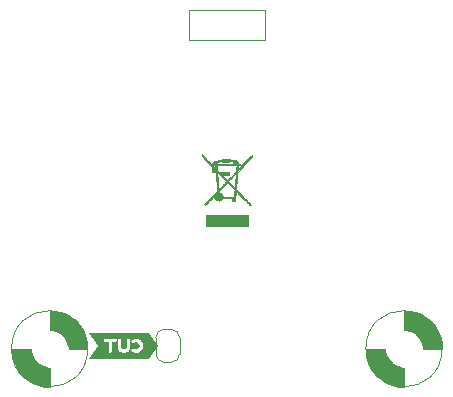
<source format=gbo>
G04 #@! TF.GenerationSoftware,KiCad,Pcbnew,6.0.9-8da3e8f707~116~ubuntu20.04.1*
G04 #@! TF.CreationDate,2023-05-05T17:12:55+00:00*
G04 #@! TF.ProjectId,LEC009202,4c454330-3039-4323-9032-2e6b69636164,rev?*
G04 #@! TF.SameCoordinates,Original*
G04 #@! TF.FileFunction,Legend,Bot*
G04 #@! TF.FilePolarity,Positive*
%FSLAX46Y46*%
G04 Gerber Fmt 4.6, Leading zero omitted, Abs format (unit mm)*
G04 Created by KiCad (PCBNEW 6.0.9-8da3e8f707~116~ubuntu20.04.1) date 2023-05-05 17:12:55*
%MOMM*%
%LPD*%
G01*
G04 APERTURE LIST*
%ADD10C,0.120000*%
%ADD11C,0.010000*%
G04 APERTURE END LIST*
D10*
G04 #@! TO.C,H1*
X73224903Y-49000000D02*
G75*
G03*
X73224903Y-49000000I-3224903J0D01*
G01*
G36*
X70500000Y-45800000D02*
G01*
X71500000Y-46100000D01*
X72300000Y-46700000D01*
X72800000Y-47400000D01*
X73100000Y-48100000D01*
X73200000Y-48500000D01*
X73200000Y-49000000D01*
X71600000Y-49000000D01*
X71600000Y-48900000D01*
X71500000Y-48500000D01*
X71300000Y-48100000D01*
X70900000Y-47700000D01*
X70500000Y-47500000D01*
X70100000Y-47400000D01*
X70000000Y-47400000D01*
X70000000Y-45775097D01*
X70500000Y-45800000D01*
G37*
D11*
X70500000Y-45800000D02*
X71500000Y-46100000D01*
X72300000Y-46700000D01*
X72800000Y-47400000D01*
X73100000Y-48100000D01*
X73200000Y-48500000D01*
X73200000Y-49000000D01*
X71600000Y-49000000D01*
X71600000Y-48900000D01*
X71500000Y-48500000D01*
X71300000Y-48100000D01*
X70900000Y-47700000D01*
X70500000Y-47500000D01*
X70100000Y-47400000D01*
X70000000Y-47400000D01*
X70000000Y-45775097D01*
X70500000Y-45800000D01*
G36*
X68400000Y-49100000D02*
G01*
X68500000Y-49500000D01*
X68700000Y-49900000D01*
X69100000Y-50300000D01*
X69500000Y-50500000D01*
X69900000Y-50600000D01*
X70000000Y-50600000D01*
X70000000Y-52224903D01*
X69500000Y-52200000D01*
X68500000Y-51900000D01*
X67700000Y-51300000D01*
X67200000Y-50600000D01*
X66900000Y-49900000D01*
X66800000Y-49500000D01*
X66800000Y-49000000D01*
X68400000Y-49000000D01*
X68400000Y-49100000D01*
G37*
X68400000Y-49100000D02*
X68500000Y-49500000D01*
X68700000Y-49900000D01*
X69100000Y-50300000D01*
X69500000Y-50500000D01*
X69900000Y-50600000D01*
X70000000Y-50600000D01*
X70000000Y-52224903D01*
X69500000Y-52200000D01*
X68500000Y-51900000D01*
X67700000Y-51300000D01*
X67200000Y-50600000D01*
X66900000Y-49900000D01*
X66800000Y-49500000D01*
X66800000Y-49000000D01*
X68400000Y-49000000D01*
X68400000Y-49100000D01*
D10*
G04 #@! TO.C,H2*
X103224903Y-49000000D02*
G75*
G03*
X103224903Y-49000000I-3224903J0D01*
G01*
G36*
X98400000Y-49100000D02*
G01*
X98500000Y-49500000D01*
X98700000Y-49900000D01*
X99100000Y-50300000D01*
X99500000Y-50500000D01*
X99900000Y-50600000D01*
X100000000Y-50600000D01*
X100000000Y-52224903D01*
X99500000Y-52200000D01*
X98500000Y-51900000D01*
X97700000Y-51300000D01*
X97200000Y-50600000D01*
X96900000Y-49900000D01*
X96800000Y-49500000D01*
X96800000Y-49000000D01*
X98400000Y-49000000D01*
X98400000Y-49100000D01*
G37*
D11*
X98400000Y-49100000D02*
X98500000Y-49500000D01*
X98700000Y-49900000D01*
X99100000Y-50300000D01*
X99500000Y-50500000D01*
X99900000Y-50600000D01*
X100000000Y-50600000D01*
X100000000Y-52224903D01*
X99500000Y-52200000D01*
X98500000Y-51900000D01*
X97700000Y-51300000D01*
X97200000Y-50600000D01*
X96900000Y-49900000D01*
X96800000Y-49500000D01*
X96800000Y-49000000D01*
X98400000Y-49000000D01*
X98400000Y-49100000D01*
G36*
X100500000Y-45800000D02*
G01*
X101500000Y-46100000D01*
X102300000Y-46700000D01*
X102800000Y-47400000D01*
X103100000Y-48100000D01*
X103200000Y-48500000D01*
X103200000Y-49000000D01*
X101600000Y-49000000D01*
X101600000Y-48900000D01*
X101500000Y-48500000D01*
X101300000Y-48100000D01*
X100900000Y-47700000D01*
X100500000Y-47500000D01*
X100100000Y-47400000D01*
X100000000Y-47400000D01*
X100000000Y-45775097D01*
X100500000Y-45800000D01*
G37*
X100500000Y-45800000D02*
X101500000Y-46100000D01*
X102300000Y-46700000D01*
X102800000Y-47400000D01*
X103100000Y-48100000D01*
X103200000Y-48500000D01*
X103200000Y-49000000D01*
X101600000Y-49000000D01*
X101600000Y-48900000D01*
X101500000Y-48500000D01*
X101300000Y-48100000D01*
X100900000Y-47700000D01*
X100500000Y-47500000D01*
X100100000Y-47400000D01*
X100000000Y-47400000D01*
X100000000Y-45775097D01*
X100500000Y-45800000D01*
D10*
G04 #@! TO.C,U1*
X88200000Y-22820000D02*
X81800000Y-22820000D01*
X81800000Y-22820000D02*
X81800000Y-20320000D01*
X88200000Y-20320000D02*
X88200000Y-22820000D01*
X81800000Y-20320000D02*
X88200000Y-20320000D01*
G04 #@! TO.C,REF\u002A\u002A*
G36*
X86011662Y-33320696D02*
G01*
X86051314Y-33321782D01*
X86119109Y-33321782D01*
X86119109Y-33434951D01*
X85959577Y-33434951D01*
X85944682Y-33612732D01*
X85942682Y-33637037D01*
X85938023Y-33697880D01*
X85934731Y-33747389D01*
X85933092Y-33780992D01*
X85933390Y-33794116D01*
X85937724Y-33790343D01*
X85957496Y-33770676D01*
X85991679Y-33735818D01*
X86038541Y-33687576D01*
X86096354Y-33627757D01*
X86163387Y-33558167D01*
X86237912Y-33480615D01*
X86318197Y-33396907D01*
X86402513Y-33308849D01*
X86489130Y-33218250D01*
X86576319Y-33126915D01*
X86662349Y-33036653D01*
X86745492Y-32949269D01*
X86824016Y-32866572D01*
X86896192Y-32790368D01*
X86960291Y-32722463D01*
X87014583Y-32664666D01*
X87111592Y-32561040D01*
X87112034Y-32649315D01*
X87112475Y-32737589D01*
X86511938Y-33369158D01*
X85911401Y-34000726D01*
X85899396Y-34144674D01*
X85851365Y-34720635D01*
X85842876Y-34822791D01*
X85832343Y-34950612D01*
X85822621Y-35069767D01*
X85813898Y-35177914D01*
X85806358Y-35272713D01*
X85800187Y-35351819D01*
X85795573Y-35412892D01*
X85792700Y-35453590D01*
X85791754Y-35471570D01*
X85794251Y-35479808D01*
X85805471Y-35497599D01*
X85826751Y-35524411D01*
X85837021Y-35536129D01*
X85859225Y-35561466D01*
X85904023Y-35609986D01*
X85962281Y-35671192D01*
X86035129Y-35746307D01*
X86123703Y-35836550D01*
X86229134Y-35943145D01*
X86298492Y-36013093D01*
X86395179Y-36110658D01*
X86491526Y-36207941D01*
X86584638Y-36302014D01*
X86671618Y-36389950D01*
X86749569Y-36468820D01*
X86815596Y-36535699D01*
X86866802Y-36587658D01*
X87067514Y-36791620D01*
X87031058Y-36829671D01*
X87022460Y-36838245D01*
X86997095Y-36859297D01*
X86979695Y-36867723D01*
X86966071Y-36860530D01*
X86940743Y-36838944D01*
X86910379Y-36807995D01*
X86891896Y-36788448D01*
X86857427Y-36752752D01*
X86808712Y-36702684D01*
X86747469Y-36640001D01*
X86675420Y-36566457D01*
X86594285Y-36483810D01*
X86505784Y-36393815D01*
X86411637Y-36298228D01*
X86313565Y-36198805D01*
X85771161Y-35649343D01*
X85749066Y-35934746D01*
X85744250Y-35995662D01*
X85737216Y-36077548D01*
X85730872Y-36139569D01*
X85724748Y-36184987D01*
X85718373Y-36217062D01*
X85711277Y-36239052D01*
X85702991Y-36254219D01*
X85691393Y-36275416D01*
X85681850Y-36314386D01*
X85679010Y-36370531D01*
X85679010Y-36452773D01*
X85452674Y-36452773D01*
X85452674Y-36276733D01*
X84607082Y-36276733D01*
X84558203Y-36332262D01*
X84544836Y-36346722D01*
X84472388Y-36404813D01*
X84390532Y-36440576D01*
X84301900Y-36452773D01*
X84223692Y-36446306D01*
X84135233Y-36419047D01*
X84059507Y-36370328D01*
X84044748Y-36356403D01*
X84007864Y-36311328D01*
X83975503Y-36258819D01*
X83952297Y-36207061D01*
X83942879Y-36164239D01*
X83942697Y-36158023D01*
X83941342Y-36135246D01*
X83937800Y-36119513D01*
X83930390Y-36112068D01*
X83917431Y-36114156D01*
X83897243Y-36127020D01*
X83868145Y-36151905D01*
X83828456Y-36190053D01*
X83776496Y-36242710D01*
X83710584Y-36311119D01*
X83629040Y-36396524D01*
X83585604Y-36442112D01*
X83513000Y-36518441D01*
X83444309Y-36590808D01*
X83382223Y-36656366D01*
X83329434Y-36712274D01*
X83288634Y-36755686D01*
X83262515Y-36783758D01*
X83191119Y-36861436D01*
X83102863Y-36773416D01*
X83648690Y-36201287D01*
X83683105Y-36165188D01*
X83805546Y-36036272D01*
X83910651Y-35924754D01*
X83998736Y-35830288D01*
X84070116Y-35752529D01*
X84120588Y-35696174D01*
X84327247Y-35696174D01*
X84328872Y-35709434D01*
X84329156Y-35710819D01*
X84342698Y-35742228D01*
X84369748Y-35756863D01*
X84453129Y-35788063D01*
X84527418Y-35840038D01*
X84585846Y-35908791D01*
X84625890Y-35991315D01*
X84645026Y-36084606D01*
X84651364Y-36163565D01*
X85600838Y-36163565D01*
X85607458Y-36135273D01*
X85608629Y-36128329D01*
X85612268Y-36097281D01*
X85617234Y-36047081D01*
X85623157Y-35981727D01*
X85629669Y-35905219D01*
X85636401Y-35821555D01*
X85658724Y-35536129D01*
X85357826Y-35230565D01*
X85302636Y-35174704D01*
X85235109Y-35106888D01*
X85174529Y-35046643D01*
X85123021Y-34996052D01*
X85082710Y-34957200D01*
X85055722Y-34932170D01*
X85044182Y-34923046D01*
X85036444Y-34927405D01*
X85013395Y-34947241D01*
X84978709Y-34980375D01*
X84935487Y-35023820D01*
X84886832Y-35074587D01*
X84874140Y-35088051D01*
X84817229Y-35148275D01*
X84749414Y-35219864D01*
X84675800Y-35297437D01*
X84601493Y-35375611D01*
X84531599Y-35449005D01*
X84527401Y-35453409D01*
X84462420Y-35521785D01*
X84412836Y-35574732D01*
X84376688Y-35614767D01*
X84352016Y-35644411D01*
X84336858Y-35666181D01*
X84329256Y-35682595D01*
X84327247Y-35696174D01*
X84120588Y-35696174D01*
X84125105Y-35691131D01*
X84164019Y-35645748D01*
X84187173Y-35616035D01*
X84194882Y-35601644D01*
X84194883Y-35601559D01*
X84193825Y-35583624D01*
X84190737Y-35543421D01*
X84185858Y-35483687D01*
X84179432Y-35407158D01*
X84171700Y-35316569D01*
X84162905Y-35214657D01*
X84153287Y-35104159D01*
X84143091Y-34987811D01*
X84132556Y-34868348D01*
X84121926Y-34748507D01*
X84111442Y-34631025D01*
X84101346Y-34518637D01*
X84091881Y-34414081D01*
X84083288Y-34320091D01*
X84075809Y-34239405D01*
X84069687Y-34174759D01*
X84065162Y-34128888D01*
X84062478Y-34104530D01*
X84057067Y-34063732D01*
X84186253Y-34063732D01*
X84187908Y-34094653D01*
X84191549Y-34146653D01*
X84196995Y-34217487D01*
X84204063Y-34304911D01*
X84212570Y-34406681D01*
X84222335Y-34520552D01*
X84233174Y-34644279D01*
X84244907Y-34775618D01*
X84254079Y-34876908D01*
X84265566Y-35002526D01*
X84276322Y-35118762D01*
X84286131Y-35223380D01*
X84294781Y-35314140D01*
X84302057Y-35388804D01*
X84307746Y-35445134D01*
X84311634Y-35480891D01*
X84313506Y-35493837D01*
X84319188Y-35489826D01*
X84340020Y-35470138D01*
X84373872Y-35436322D01*
X84418412Y-35390837D01*
X84471310Y-35336146D01*
X84530236Y-35274710D01*
X84592858Y-35208990D01*
X84656848Y-35141449D01*
X84719874Y-35074547D01*
X84779606Y-35010746D01*
X84833713Y-34952507D01*
X84879865Y-34902292D01*
X84915733Y-34862563D01*
X84938984Y-34835780D01*
X84945778Y-34826477D01*
X85127601Y-34826477D01*
X85403305Y-35101968D01*
X85470726Y-35169224D01*
X85534267Y-35232162D01*
X85583490Y-35280100D01*
X85620196Y-35314594D01*
X85646190Y-35337199D01*
X85663276Y-35349471D01*
X85673256Y-35352966D01*
X85677935Y-35349238D01*
X85679116Y-35339844D01*
X85679873Y-35324749D01*
X85682601Y-35285883D01*
X85687108Y-35226895D01*
X85693179Y-35150473D01*
X85700596Y-35059305D01*
X85709142Y-34956080D01*
X85718602Y-34843483D01*
X85728758Y-34724205D01*
X85737723Y-34619077D01*
X85747066Y-34508351D01*
X85755443Y-34407814D01*
X85762653Y-34319943D01*
X85768496Y-34247215D01*
X85772769Y-34192110D01*
X85775273Y-34157104D01*
X85775805Y-34144674D01*
X85775384Y-34144908D01*
X85763509Y-34156350D01*
X85737130Y-34183198D01*
X85698570Y-34223018D01*
X85650153Y-34273372D01*
X85594203Y-34331828D01*
X85533042Y-34395948D01*
X85468995Y-34463298D01*
X85404385Y-34531443D01*
X85341535Y-34597948D01*
X85282768Y-34660377D01*
X85230409Y-34716295D01*
X85129533Y-34824406D01*
X85127601Y-34826477D01*
X84945778Y-34826477D01*
X84947290Y-34824406D01*
X84939148Y-34813383D01*
X84915478Y-34786999D01*
X84878478Y-34747527D01*
X84830350Y-34697191D01*
X84773296Y-34638217D01*
X84709520Y-34572830D01*
X84641222Y-34503255D01*
X84570605Y-34431716D01*
X84499871Y-34360438D01*
X84431222Y-34291647D01*
X84366861Y-34227566D01*
X84308989Y-34170422D01*
X84259810Y-34122439D01*
X84221524Y-34085841D01*
X84196334Y-34062854D01*
X84186442Y-34055703D01*
X84186253Y-34063732D01*
X84057067Y-34063732D01*
X84055390Y-34051089D01*
X83780297Y-34051089D01*
X83780140Y-33950495D01*
X83880891Y-33950495D01*
X83962624Y-33950495D01*
X83969895Y-33950489D01*
X84010950Y-33949613D01*
X84033277Y-33945867D01*
X84042529Y-33937270D01*
X84044357Y-33921840D01*
X84036306Y-33899159D01*
X84008730Y-33861428D01*
X83962624Y-33812179D01*
X83880891Y-33731172D01*
X83880891Y-33950495D01*
X83780140Y-33950495D01*
X83779968Y-33840471D01*
X83779639Y-33629852D01*
X83327914Y-33170891D01*
X82876189Y-32711931D01*
X82875570Y-32624848D01*
X82874951Y-32537767D01*
X83416769Y-33086952D01*
X83469137Y-33139998D01*
X83577803Y-33249772D01*
X83670709Y-33343114D01*
X83749055Y-33421173D01*
X83814043Y-33485097D01*
X83866872Y-33536035D01*
X83908743Y-33575135D01*
X83940855Y-33603548D01*
X83964410Y-33622420D01*
X83980608Y-33632901D01*
X83990649Y-33636139D01*
X84007579Y-33635158D01*
X84017084Y-33627996D01*
X84018723Y-33608401D01*
X84014782Y-33570124D01*
X84012065Y-33546025D01*
X84008284Y-33505744D01*
X84006760Y-33478961D01*
X84006015Y-33469728D01*
X83998746Y-33459839D01*
X83978668Y-33456562D01*
X83939689Y-33457992D01*
X83929737Y-33458553D01*
X83889898Y-33457921D01*
X83861560Y-33449167D01*
X83841586Y-33434951D01*
X84124852Y-33434951D01*
X84129013Y-33482104D01*
X84130935Y-33503498D01*
X84136924Y-33561909D01*
X84142826Y-33600381D01*
X84149727Y-33622912D01*
X84158712Y-33633498D01*
X84170870Y-33636139D01*
X84181801Y-33637937D01*
X84189050Y-33646530D01*
X84193100Y-33666505D01*
X84194863Y-33702450D01*
X84195248Y-33758952D01*
X84195248Y-33881766D01*
X84235447Y-33921840D01*
X84333565Y-34019654D01*
X84471881Y-34157542D01*
X84471881Y-34051089D01*
X85226337Y-34051089D01*
X85226337Y-34290000D01*
X84607831Y-34290000D01*
X84817592Y-34506906D01*
X84857770Y-34548334D01*
X84913328Y-34605200D01*
X84961570Y-34654082D01*
X84999971Y-34692441D01*
X85026003Y-34717741D01*
X85037140Y-34727442D01*
X85041373Y-34724767D01*
X85061224Y-34706782D01*
X85095451Y-34673481D01*
X85142227Y-34626712D01*
X85199724Y-34568325D01*
X85266112Y-34500169D01*
X85339564Y-34424094D01*
X85418251Y-34341950D01*
X85497341Y-34258943D01*
X85574871Y-34177136D01*
X85637746Y-34110083D01*
X85687502Y-34056007D01*
X85725678Y-34013129D01*
X85753811Y-33979673D01*
X85773440Y-33953861D01*
X85786101Y-33933914D01*
X85793334Y-33918056D01*
X85796675Y-33904509D01*
X85797561Y-33897910D01*
X85801488Y-33861548D01*
X85806459Y-33808018D01*
X85811927Y-33743421D01*
X85817344Y-33673862D01*
X85819181Y-33649635D01*
X85824488Y-33584178D01*
X85829548Y-33527717D01*
X85833863Y-33485618D01*
X85836934Y-33463243D01*
X85842955Y-33434951D01*
X84124852Y-33434951D01*
X83841586Y-33434951D01*
X83833630Y-33429289D01*
X83828820Y-33425104D01*
X83789482Y-33374427D01*
X83773903Y-33321782D01*
X84114698Y-33321782D01*
X85529221Y-33321782D01*
X85741881Y-33321782D01*
X85798908Y-33321782D01*
X85815993Y-33321662D01*
X85841308Y-33319462D01*
X85848616Y-33312334D01*
X85842943Y-33297508D01*
X85841267Y-33294682D01*
X85822448Y-33272944D01*
X85795183Y-33248820D01*
X85767987Y-33229254D01*
X85749371Y-33221188D01*
X85747697Y-33222463D01*
X85743544Y-33239976D01*
X85741881Y-33271485D01*
X85741881Y-33321782D01*
X85529221Y-33321782D01*
X85525526Y-33231095D01*
X85521832Y-33140407D01*
X85446386Y-33125252D01*
X85408551Y-33118379D01*
X85345368Y-33108756D01*
X85286065Y-33101496D01*
X85201188Y-33092893D01*
X85201188Y-33196040D01*
X84622773Y-33196040D01*
X84622773Y-33105122D01*
X84550471Y-33113753D01*
X84439998Y-33132249D01*
X84328816Y-33165691D01*
X84236850Y-33212324D01*
X84162542Y-33272786D01*
X84114698Y-33321782D01*
X83773903Y-33321782D01*
X83772172Y-33315934D01*
X83777474Y-33254575D01*
X83805975Y-33195297D01*
X83808733Y-33191606D01*
X83846822Y-33159851D01*
X83896476Y-33141067D01*
X83950002Y-33136071D01*
X83999707Y-33145678D01*
X84037900Y-33170704D01*
X84050831Y-33183480D01*
X84063428Y-33186576D01*
X84081467Y-33176998D01*
X84111928Y-33153082D01*
X84121274Y-33145731D01*
X84193430Y-33099339D01*
X84278915Y-33058084D01*
X84348830Y-33032575D01*
X84723367Y-33032575D01*
X84723367Y-33095446D01*
X85100594Y-33095446D01*
X85100594Y-33032575D01*
X84723367Y-33032575D01*
X84348830Y-33032575D01*
X84369767Y-33024936D01*
X84458027Y-33002868D01*
X84535736Y-32994852D01*
X84543991Y-32994788D01*
X84589879Y-32990321D01*
X84615079Y-32977795D01*
X84622773Y-32955784D01*
X84623676Y-32948849D01*
X84628615Y-32942885D01*
X84640611Y-32938519D01*
X84662680Y-32935503D01*
X84697836Y-32933590D01*
X84749094Y-32932530D01*
X84819471Y-32932077D01*
X84911980Y-32931980D01*
X84998660Y-32932150D01*
X85072332Y-32932834D01*
X85126265Y-32934215D01*
X85163288Y-32936470D01*
X85186230Y-32939778D01*
X85197920Y-32944320D01*
X85201188Y-32950272D01*
X85211937Y-32964888D01*
X85242055Y-32974215D01*
X85253582Y-32975847D01*
X85292886Y-32981591D01*
X85345188Y-32989378D01*
X85402376Y-32998003D01*
X85433916Y-33002393D01*
X85480074Y-33007148D01*
X85512641Y-33008295D01*
X85526023Y-33005495D01*
X85528308Y-33003671D01*
X85549405Y-32999165D01*
X85587355Y-32996029D01*
X85636048Y-32994852D01*
X85741881Y-32994852D01*
X85741894Y-33032575D01*
X85741894Y-33035718D01*
X85742388Y-33048668D01*
X85748819Y-33070411D01*
X85767123Y-33088851D01*
X85802830Y-33110801D01*
X85834174Y-33130854D01*
X85881893Y-33169356D01*
X85925138Y-33212579D01*
X85958219Y-33254627D01*
X85975442Y-33289604D01*
X85979662Y-33303081D01*
X85987480Y-33312334D01*
X85990116Y-33315454D01*
X86011662Y-33320696D01*
G37*
D11*
X86011662Y-33320696D02*
X86051314Y-33321782D01*
X86119109Y-33321782D01*
X86119109Y-33434951D01*
X85959577Y-33434951D01*
X85944682Y-33612732D01*
X85942682Y-33637037D01*
X85938023Y-33697880D01*
X85934731Y-33747389D01*
X85933092Y-33780992D01*
X85933390Y-33794116D01*
X85937724Y-33790343D01*
X85957496Y-33770676D01*
X85991679Y-33735818D01*
X86038541Y-33687576D01*
X86096354Y-33627757D01*
X86163387Y-33558167D01*
X86237912Y-33480615D01*
X86318197Y-33396907D01*
X86402513Y-33308849D01*
X86489130Y-33218250D01*
X86576319Y-33126915D01*
X86662349Y-33036653D01*
X86745492Y-32949269D01*
X86824016Y-32866572D01*
X86896192Y-32790368D01*
X86960291Y-32722463D01*
X87014583Y-32664666D01*
X87111592Y-32561040D01*
X87112034Y-32649315D01*
X87112475Y-32737589D01*
X86511938Y-33369158D01*
X85911401Y-34000726D01*
X85899396Y-34144674D01*
X85851365Y-34720635D01*
X85842876Y-34822791D01*
X85832343Y-34950612D01*
X85822621Y-35069767D01*
X85813898Y-35177914D01*
X85806358Y-35272713D01*
X85800187Y-35351819D01*
X85795573Y-35412892D01*
X85792700Y-35453590D01*
X85791754Y-35471570D01*
X85794251Y-35479808D01*
X85805471Y-35497599D01*
X85826751Y-35524411D01*
X85837021Y-35536129D01*
X85859225Y-35561466D01*
X85904023Y-35609986D01*
X85962281Y-35671192D01*
X86035129Y-35746307D01*
X86123703Y-35836550D01*
X86229134Y-35943145D01*
X86298492Y-36013093D01*
X86395179Y-36110658D01*
X86491526Y-36207941D01*
X86584638Y-36302014D01*
X86671618Y-36389950D01*
X86749569Y-36468820D01*
X86815596Y-36535699D01*
X86866802Y-36587658D01*
X87067514Y-36791620D01*
X87031058Y-36829671D01*
X87022460Y-36838245D01*
X86997095Y-36859297D01*
X86979695Y-36867723D01*
X86966071Y-36860530D01*
X86940743Y-36838944D01*
X86910379Y-36807995D01*
X86891896Y-36788448D01*
X86857427Y-36752752D01*
X86808712Y-36702684D01*
X86747469Y-36640001D01*
X86675420Y-36566457D01*
X86594285Y-36483810D01*
X86505784Y-36393815D01*
X86411637Y-36298228D01*
X86313565Y-36198805D01*
X85771161Y-35649343D01*
X85749066Y-35934746D01*
X85744250Y-35995662D01*
X85737216Y-36077548D01*
X85730872Y-36139569D01*
X85724748Y-36184987D01*
X85718373Y-36217062D01*
X85711277Y-36239052D01*
X85702991Y-36254219D01*
X85691393Y-36275416D01*
X85681850Y-36314386D01*
X85679010Y-36370531D01*
X85679010Y-36452773D01*
X85452674Y-36452773D01*
X85452674Y-36276733D01*
X84607082Y-36276733D01*
X84558203Y-36332262D01*
X84544836Y-36346722D01*
X84472388Y-36404813D01*
X84390532Y-36440576D01*
X84301900Y-36452773D01*
X84223692Y-36446306D01*
X84135233Y-36419047D01*
X84059507Y-36370328D01*
X84044748Y-36356403D01*
X84007864Y-36311328D01*
X83975503Y-36258819D01*
X83952297Y-36207061D01*
X83942879Y-36164239D01*
X83942697Y-36158023D01*
X83941342Y-36135246D01*
X83937800Y-36119513D01*
X83930390Y-36112068D01*
X83917431Y-36114156D01*
X83897243Y-36127020D01*
X83868145Y-36151905D01*
X83828456Y-36190053D01*
X83776496Y-36242710D01*
X83710584Y-36311119D01*
X83629040Y-36396524D01*
X83585604Y-36442112D01*
X83513000Y-36518441D01*
X83444309Y-36590808D01*
X83382223Y-36656366D01*
X83329434Y-36712274D01*
X83288634Y-36755686D01*
X83262515Y-36783758D01*
X83191119Y-36861436D01*
X83102863Y-36773416D01*
X83648690Y-36201287D01*
X83683105Y-36165188D01*
X83805546Y-36036272D01*
X83910651Y-35924754D01*
X83998736Y-35830288D01*
X84070116Y-35752529D01*
X84120588Y-35696174D01*
X84327247Y-35696174D01*
X84328872Y-35709434D01*
X84329156Y-35710819D01*
X84342698Y-35742228D01*
X84369748Y-35756863D01*
X84453129Y-35788063D01*
X84527418Y-35840038D01*
X84585846Y-35908791D01*
X84625890Y-35991315D01*
X84645026Y-36084606D01*
X84651364Y-36163565D01*
X85600838Y-36163565D01*
X85607458Y-36135273D01*
X85608629Y-36128329D01*
X85612268Y-36097281D01*
X85617234Y-36047081D01*
X85623157Y-35981727D01*
X85629669Y-35905219D01*
X85636401Y-35821555D01*
X85658724Y-35536129D01*
X85357826Y-35230565D01*
X85302636Y-35174704D01*
X85235109Y-35106888D01*
X85174529Y-35046643D01*
X85123021Y-34996052D01*
X85082710Y-34957200D01*
X85055722Y-34932170D01*
X85044182Y-34923046D01*
X85036444Y-34927405D01*
X85013395Y-34947241D01*
X84978709Y-34980375D01*
X84935487Y-35023820D01*
X84886832Y-35074587D01*
X84874140Y-35088051D01*
X84817229Y-35148275D01*
X84749414Y-35219864D01*
X84675800Y-35297437D01*
X84601493Y-35375611D01*
X84531599Y-35449005D01*
X84527401Y-35453409D01*
X84462420Y-35521785D01*
X84412836Y-35574732D01*
X84376688Y-35614767D01*
X84352016Y-35644411D01*
X84336858Y-35666181D01*
X84329256Y-35682595D01*
X84327247Y-35696174D01*
X84120588Y-35696174D01*
X84125105Y-35691131D01*
X84164019Y-35645748D01*
X84187173Y-35616035D01*
X84194882Y-35601644D01*
X84194883Y-35601559D01*
X84193825Y-35583624D01*
X84190737Y-35543421D01*
X84185858Y-35483687D01*
X84179432Y-35407158D01*
X84171700Y-35316569D01*
X84162905Y-35214657D01*
X84153287Y-35104159D01*
X84143091Y-34987811D01*
X84132556Y-34868348D01*
X84121926Y-34748507D01*
X84111442Y-34631025D01*
X84101346Y-34518637D01*
X84091881Y-34414081D01*
X84083288Y-34320091D01*
X84075809Y-34239405D01*
X84069687Y-34174759D01*
X84065162Y-34128888D01*
X84062478Y-34104530D01*
X84057067Y-34063732D01*
X84186253Y-34063732D01*
X84187908Y-34094653D01*
X84191549Y-34146653D01*
X84196995Y-34217487D01*
X84204063Y-34304911D01*
X84212570Y-34406681D01*
X84222335Y-34520552D01*
X84233174Y-34644279D01*
X84244907Y-34775618D01*
X84254079Y-34876908D01*
X84265566Y-35002526D01*
X84276322Y-35118762D01*
X84286131Y-35223380D01*
X84294781Y-35314140D01*
X84302057Y-35388804D01*
X84307746Y-35445134D01*
X84311634Y-35480891D01*
X84313506Y-35493837D01*
X84319188Y-35489826D01*
X84340020Y-35470138D01*
X84373872Y-35436322D01*
X84418412Y-35390837D01*
X84471310Y-35336146D01*
X84530236Y-35274710D01*
X84592858Y-35208990D01*
X84656848Y-35141449D01*
X84719874Y-35074547D01*
X84779606Y-35010746D01*
X84833713Y-34952507D01*
X84879865Y-34902292D01*
X84915733Y-34862563D01*
X84938984Y-34835780D01*
X84945778Y-34826477D01*
X85127601Y-34826477D01*
X85403305Y-35101968D01*
X85470726Y-35169224D01*
X85534267Y-35232162D01*
X85583490Y-35280100D01*
X85620196Y-35314594D01*
X85646190Y-35337199D01*
X85663276Y-35349471D01*
X85673256Y-35352966D01*
X85677935Y-35349238D01*
X85679116Y-35339844D01*
X85679873Y-35324749D01*
X85682601Y-35285883D01*
X85687108Y-35226895D01*
X85693179Y-35150473D01*
X85700596Y-35059305D01*
X85709142Y-34956080D01*
X85718602Y-34843483D01*
X85728758Y-34724205D01*
X85737723Y-34619077D01*
X85747066Y-34508351D01*
X85755443Y-34407814D01*
X85762653Y-34319943D01*
X85768496Y-34247215D01*
X85772769Y-34192110D01*
X85775273Y-34157104D01*
X85775805Y-34144674D01*
X85775384Y-34144908D01*
X85763509Y-34156350D01*
X85737130Y-34183198D01*
X85698570Y-34223018D01*
X85650153Y-34273372D01*
X85594203Y-34331828D01*
X85533042Y-34395948D01*
X85468995Y-34463298D01*
X85404385Y-34531443D01*
X85341535Y-34597948D01*
X85282768Y-34660377D01*
X85230409Y-34716295D01*
X85129533Y-34824406D01*
X85127601Y-34826477D01*
X84945778Y-34826477D01*
X84947290Y-34824406D01*
X84939148Y-34813383D01*
X84915478Y-34786999D01*
X84878478Y-34747527D01*
X84830350Y-34697191D01*
X84773296Y-34638217D01*
X84709520Y-34572830D01*
X84641222Y-34503255D01*
X84570605Y-34431716D01*
X84499871Y-34360438D01*
X84431222Y-34291647D01*
X84366861Y-34227566D01*
X84308989Y-34170422D01*
X84259810Y-34122439D01*
X84221524Y-34085841D01*
X84196334Y-34062854D01*
X84186442Y-34055703D01*
X84186253Y-34063732D01*
X84057067Y-34063732D01*
X84055390Y-34051089D01*
X83780297Y-34051089D01*
X83780140Y-33950495D01*
X83880891Y-33950495D01*
X83962624Y-33950495D01*
X83969895Y-33950489D01*
X84010950Y-33949613D01*
X84033277Y-33945867D01*
X84042529Y-33937270D01*
X84044357Y-33921840D01*
X84036306Y-33899159D01*
X84008730Y-33861428D01*
X83962624Y-33812179D01*
X83880891Y-33731172D01*
X83880891Y-33950495D01*
X83780140Y-33950495D01*
X83779968Y-33840471D01*
X83779639Y-33629852D01*
X83327914Y-33170891D01*
X82876189Y-32711931D01*
X82875570Y-32624848D01*
X82874951Y-32537767D01*
X83416769Y-33086952D01*
X83469137Y-33139998D01*
X83577803Y-33249772D01*
X83670709Y-33343114D01*
X83749055Y-33421173D01*
X83814043Y-33485097D01*
X83866872Y-33536035D01*
X83908743Y-33575135D01*
X83940855Y-33603548D01*
X83964410Y-33622420D01*
X83980608Y-33632901D01*
X83990649Y-33636139D01*
X84007579Y-33635158D01*
X84017084Y-33627996D01*
X84018723Y-33608401D01*
X84014782Y-33570124D01*
X84012065Y-33546025D01*
X84008284Y-33505744D01*
X84006760Y-33478961D01*
X84006015Y-33469728D01*
X83998746Y-33459839D01*
X83978668Y-33456562D01*
X83939689Y-33457992D01*
X83929737Y-33458553D01*
X83889898Y-33457921D01*
X83861560Y-33449167D01*
X83841586Y-33434951D01*
X84124852Y-33434951D01*
X84129013Y-33482104D01*
X84130935Y-33503498D01*
X84136924Y-33561909D01*
X84142826Y-33600381D01*
X84149727Y-33622912D01*
X84158712Y-33633498D01*
X84170870Y-33636139D01*
X84181801Y-33637937D01*
X84189050Y-33646530D01*
X84193100Y-33666505D01*
X84194863Y-33702450D01*
X84195248Y-33758952D01*
X84195248Y-33881766D01*
X84235447Y-33921840D01*
X84333565Y-34019654D01*
X84471881Y-34157542D01*
X84471881Y-34051089D01*
X85226337Y-34051089D01*
X85226337Y-34290000D01*
X84607831Y-34290000D01*
X84817592Y-34506906D01*
X84857770Y-34548334D01*
X84913328Y-34605200D01*
X84961570Y-34654082D01*
X84999971Y-34692441D01*
X85026003Y-34717741D01*
X85037140Y-34727442D01*
X85041373Y-34724767D01*
X85061224Y-34706782D01*
X85095451Y-34673481D01*
X85142227Y-34626712D01*
X85199724Y-34568325D01*
X85266112Y-34500169D01*
X85339564Y-34424094D01*
X85418251Y-34341950D01*
X85497341Y-34258943D01*
X85574871Y-34177136D01*
X85637746Y-34110083D01*
X85687502Y-34056007D01*
X85725678Y-34013129D01*
X85753811Y-33979673D01*
X85773440Y-33953861D01*
X85786101Y-33933914D01*
X85793334Y-33918056D01*
X85796675Y-33904509D01*
X85797561Y-33897910D01*
X85801488Y-33861548D01*
X85806459Y-33808018D01*
X85811927Y-33743421D01*
X85817344Y-33673862D01*
X85819181Y-33649635D01*
X85824488Y-33584178D01*
X85829548Y-33527717D01*
X85833863Y-33485618D01*
X85836934Y-33463243D01*
X85842955Y-33434951D01*
X84124852Y-33434951D01*
X83841586Y-33434951D01*
X83833630Y-33429289D01*
X83828820Y-33425104D01*
X83789482Y-33374427D01*
X83773903Y-33321782D01*
X84114698Y-33321782D01*
X85529221Y-33321782D01*
X85741881Y-33321782D01*
X85798908Y-33321782D01*
X85815993Y-33321662D01*
X85841308Y-33319462D01*
X85848616Y-33312334D01*
X85842943Y-33297508D01*
X85841267Y-33294682D01*
X85822448Y-33272944D01*
X85795183Y-33248820D01*
X85767987Y-33229254D01*
X85749371Y-33221188D01*
X85747697Y-33222463D01*
X85743544Y-33239976D01*
X85741881Y-33271485D01*
X85741881Y-33321782D01*
X85529221Y-33321782D01*
X85525526Y-33231095D01*
X85521832Y-33140407D01*
X85446386Y-33125252D01*
X85408551Y-33118379D01*
X85345368Y-33108756D01*
X85286065Y-33101496D01*
X85201188Y-33092893D01*
X85201188Y-33196040D01*
X84622773Y-33196040D01*
X84622773Y-33105122D01*
X84550471Y-33113753D01*
X84439998Y-33132249D01*
X84328816Y-33165691D01*
X84236850Y-33212324D01*
X84162542Y-33272786D01*
X84114698Y-33321782D01*
X83773903Y-33321782D01*
X83772172Y-33315934D01*
X83777474Y-33254575D01*
X83805975Y-33195297D01*
X83808733Y-33191606D01*
X83846822Y-33159851D01*
X83896476Y-33141067D01*
X83950002Y-33136071D01*
X83999707Y-33145678D01*
X84037900Y-33170704D01*
X84050831Y-33183480D01*
X84063428Y-33186576D01*
X84081467Y-33176998D01*
X84111928Y-33153082D01*
X84121274Y-33145731D01*
X84193430Y-33099339D01*
X84278915Y-33058084D01*
X84348830Y-33032575D01*
X84723367Y-33032575D01*
X84723367Y-33095446D01*
X85100594Y-33095446D01*
X85100594Y-33032575D01*
X84723367Y-33032575D01*
X84348830Y-33032575D01*
X84369767Y-33024936D01*
X84458027Y-33002868D01*
X84535736Y-32994852D01*
X84543991Y-32994788D01*
X84589879Y-32990321D01*
X84615079Y-32977795D01*
X84622773Y-32955784D01*
X84623676Y-32948849D01*
X84628615Y-32942885D01*
X84640611Y-32938519D01*
X84662680Y-32935503D01*
X84697836Y-32933590D01*
X84749094Y-32932530D01*
X84819471Y-32932077D01*
X84911980Y-32931980D01*
X84998660Y-32932150D01*
X85072332Y-32932834D01*
X85126265Y-32934215D01*
X85163288Y-32936470D01*
X85186230Y-32939778D01*
X85197920Y-32944320D01*
X85201188Y-32950272D01*
X85211937Y-32964888D01*
X85242055Y-32974215D01*
X85253582Y-32975847D01*
X85292886Y-32981591D01*
X85345188Y-32989378D01*
X85402376Y-32998003D01*
X85433916Y-33002393D01*
X85480074Y-33007148D01*
X85512641Y-33008295D01*
X85526023Y-33005495D01*
X85528308Y-33003671D01*
X85549405Y-32999165D01*
X85587355Y-32996029D01*
X85636048Y-32994852D01*
X85741881Y-32994852D01*
X85741894Y-33032575D01*
X85741894Y-33035718D01*
X85742388Y-33048668D01*
X85748819Y-33070411D01*
X85767123Y-33088851D01*
X85802830Y-33110801D01*
X85834174Y-33130854D01*
X85881893Y-33169356D01*
X85925138Y-33212579D01*
X85958219Y-33254627D01*
X85975442Y-33289604D01*
X85979662Y-33303081D01*
X85987480Y-33312334D01*
X85990116Y-33315454D01*
X86011662Y-33320696D01*
G36*
X86772971Y-38577822D02*
G01*
X83252178Y-38577822D01*
X83252178Y-37710198D01*
X86772971Y-37710198D01*
X86772971Y-38577822D01*
G37*
X86772971Y-38577822D02*
X83252178Y-38577822D01*
X83252178Y-37710198D01*
X86772971Y-37710198D01*
X86772971Y-38577822D01*
D10*
G04 #@! TO.C,JP1*
X80300000Y-47350000D02*
X79700000Y-47350000D01*
X81000000Y-49450000D02*
X81000000Y-48050000D01*
X79700000Y-50150000D02*
X80300000Y-50150000D01*
X79000000Y-48050000D02*
X79000000Y-49450000D01*
X79000000Y-49450000D02*
G75*
G03*
X79700000Y-50150000I700000J0D01*
G01*
X79700000Y-47350000D02*
G75*
G03*
X79000000Y-48050000I-1J-699999D01*
G01*
X80300000Y-50150000D02*
G75*
G03*
X81000000Y-49450000I0J700000D01*
G01*
X81000000Y-48050000D02*
G75*
G03*
X80300000Y-47350000I-699999J1D01*
G01*
G04 #@! TO.C,kibuzzard-620CD483*
G36*
X79166017Y-48750000D02*
G01*
X78426330Y-49859530D01*
X73333983Y-49859530D01*
X74073670Y-48750000D01*
X73759345Y-48278512D01*
X74586300Y-48278512D01*
X74594237Y-48344394D01*
X74621225Y-48378525D01*
X74702187Y-48392812D01*
X75005400Y-48392812D01*
X75005400Y-49191325D01*
X75007781Y-49245300D01*
X75022069Y-49285781D01*
X75064137Y-49318325D01*
X75143512Y-49327850D01*
X75222094Y-49318325D01*
X75263369Y-49285781D01*
X75277656Y-49244506D01*
X75280037Y-49189738D01*
X75280037Y-48784925D01*
X75786450Y-48784925D01*
X75794586Y-48887319D01*
X75818994Y-48984950D01*
X75859673Y-49077819D01*
X75916625Y-49165925D01*
X75989253Y-49239148D01*
X76080137Y-49296894D01*
X76185508Y-49334398D01*
X76301594Y-49346900D01*
X76417481Y-49334200D01*
X76522256Y-49296100D01*
X76612148Y-49237363D01*
X76683388Y-49162750D01*
X76739645Y-49075834D01*
X76779828Y-48983363D01*
X76803938Y-48885334D01*
X76811975Y-48781750D01*
X76811975Y-48349156D01*
X76915163Y-48349156D01*
X76948500Y-48437262D01*
X77007238Y-48501556D01*
X77059625Y-48522987D01*
X77140588Y-48488062D01*
X77218375Y-48447581D01*
X77318388Y-48434087D01*
X77420781Y-48451947D01*
X77521588Y-48505525D01*
X77600963Y-48603950D01*
X77624775Y-48671617D01*
X77632713Y-48747619D01*
X77624775Y-48823620D01*
X77600963Y-48891288D01*
X77520000Y-48991300D01*
X77421178Y-49043688D01*
X77318388Y-49061150D01*
X77225519Y-49048450D01*
X77162813Y-49023050D01*
X77134238Y-49002412D01*
X77058038Y-48970663D01*
X77006841Y-48992888D01*
X76951675Y-49059563D01*
X76916750Y-49148463D01*
X76938181Y-49204025D01*
X76988188Y-49243713D01*
X77042956Y-49277050D01*
X77150113Y-49318325D01*
X77229686Y-49337375D01*
X77306481Y-49343725D01*
X77382284Y-49338764D01*
X77458881Y-49323881D01*
X77537066Y-49297291D01*
X77617631Y-49257206D01*
X77695220Y-49205216D01*
X77764475Y-49142906D01*
X77823808Y-49065913D01*
X77871631Y-48969869D01*
X77903183Y-48859736D01*
X77913700Y-48740475D01*
X77903381Y-48622405D01*
X77872425Y-48515844D01*
X77825395Y-48423769D01*
X77766856Y-48349156D01*
X77697998Y-48288633D01*
X77620013Y-48238825D01*
X77516119Y-48191200D01*
X77411874Y-48162625D01*
X77307275Y-48153100D01*
X77232067Y-48158855D01*
X77155669Y-48176119D01*
X77038988Y-48222950D01*
X77000888Y-48245175D01*
X76956438Y-48273750D01*
X76915163Y-48349156D01*
X76811975Y-48349156D01*
X76811975Y-48303912D01*
X76809594Y-48247556D01*
X76794513Y-48205487D01*
X76751650Y-48172150D01*
X76670688Y-48162625D01*
X76589725Y-48172150D01*
X76548450Y-48205487D01*
X76529400Y-48305500D01*
X76529400Y-48781750D01*
X76517494Y-48876206D01*
X76481775Y-48965900D01*
X76410338Y-49037338D01*
X76297625Y-49064325D01*
X76196422Y-49042894D01*
X76124587Y-48978600D01*
X76081725Y-48886128D01*
X76067437Y-48780163D01*
X76067437Y-48294387D01*
X76051562Y-48207075D01*
X76005525Y-48172150D01*
X75930119Y-48162625D01*
X75857887Y-48170562D01*
X75816612Y-48189612D01*
X75795975Y-48222950D01*
X75786450Y-48305500D01*
X75786450Y-48784925D01*
X75280037Y-48784925D01*
X75280037Y-48392812D01*
X75584837Y-48392812D01*
X75659450Y-48380906D01*
X75691200Y-48343600D01*
X75699137Y-48276925D01*
X75691200Y-48211044D01*
X75664212Y-48176912D01*
X75583250Y-48162625D01*
X74700600Y-48162625D01*
X74625987Y-48174531D01*
X74594237Y-48211837D01*
X74586300Y-48278512D01*
X73759345Y-48278512D01*
X73333983Y-47640470D01*
X78426330Y-47640470D01*
X79166017Y-48750000D01*
G37*
G04 #@! TD*
M02*

</source>
